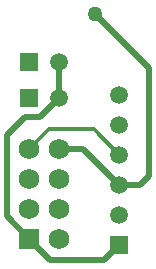
<source format=gbl>
G04*
G04 #@! TF.GenerationSoftware,Altium Limited,Altium Designer,18.0.12 (696)*
G04*
G04 Layer_Physical_Order=2*
G04 Layer_Color=16711680*
%FSAX24Y24*%
%MOIN*%
G70*
G01*
G75*
%ADD27C,0.0120*%
%ADD30C,0.0200*%
%ADD31R,0.0591X0.0591*%
%ADD32C,0.0591*%
%ADD33R,0.0591X0.0591*%
%ADD34C,0.0680*%
%ADD35R,0.0680X0.0680*%
%ADD36C,0.0500*%
D27*
X001650Y004650D02*
X003150Y004650D01*
X001000Y004000D02*
X001650Y004650D01*
X003150Y004650D02*
X004000Y003800D01*
D30*
X003200Y008500D02*
X005000Y006700D01*
X005000Y003100D02*
X005000Y006700D01*
X004700Y002800D02*
X005000Y003100D01*
X004000Y002800D02*
X004700Y002800D01*
X001350Y005050D02*
X002000Y005700D01*
X000850Y005050D02*
X001350Y005050D01*
X000250Y004450D02*
X000850Y005050D01*
X000250Y001750D02*
X000250Y004450D01*
X000250Y001750D02*
X001000Y001000D01*
X001700Y000300D01*
X003500Y000300D01*
X004000Y000800D01*
X002000Y005700D02*
X002000Y006900D01*
X002800Y004000D02*
X004000Y002800D01*
X002000Y004000D02*
X002800Y004000D01*
D31*
X001000Y006900D02*
D03*
X001000Y005700D02*
D03*
D32*
X002000Y006900D02*
D03*
X004000Y001800D02*
D03*
X004000Y002800D02*
D03*
X004000Y003800D02*
D03*
X004000Y004800D02*
D03*
X004000Y005800D02*
D03*
X002000Y005700D02*
D03*
D33*
X004000Y000800D02*
D03*
D34*
X002000Y003000D02*
D03*
X001000Y003000D02*
D03*
X002000Y002000D02*
D03*
X001000Y002000D02*
D03*
X002000Y001000D02*
D03*
X001000Y004000D02*
D03*
X002000Y004000D02*
D03*
D35*
X001000Y001000D02*
D03*
D36*
X003200Y008500D02*
D03*
M02*

</source>
